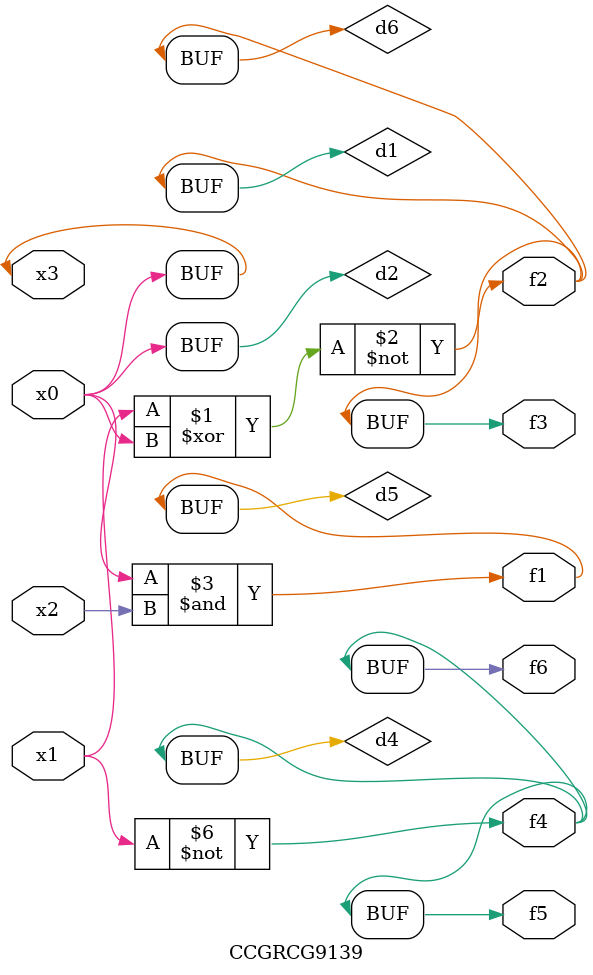
<source format=v>
module CCGRCG9139(
	input x0, x1, x2, x3,
	output f1, f2, f3, f4, f5, f6
);

	wire d1, d2, d3, d4, d5, d6;

	xnor (d1, x1, x3);
	buf (d2, x0, x3);
	nand (d3, x0, x2);
	not (d4, x1);
	nand (d5, d3);
	or (d6, d1);
	assign f1 = d5;
	assign f2 = d6;
	assign f3 = d6;
	assign f4 = d4;
	assign f5 = d4;
	assign f6 = d4;
endmodule

</source>
